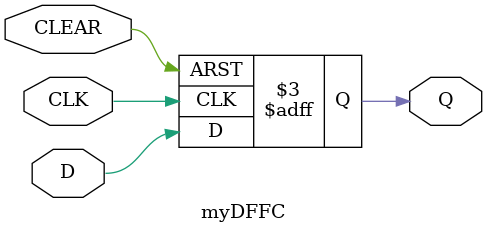
<source format=v>
module myDFFC (output reg Q, input D, CLK, CLEAR);
	parameter [0:0] INIT = 1'b0;
	initial Q = INIT;
	always @(posedge CLK or posedge CLEAR) begin
		if(CLEAR)
			Q <= 1'b0;
		else
			Q <= D;
	end
endmodule
</source>
